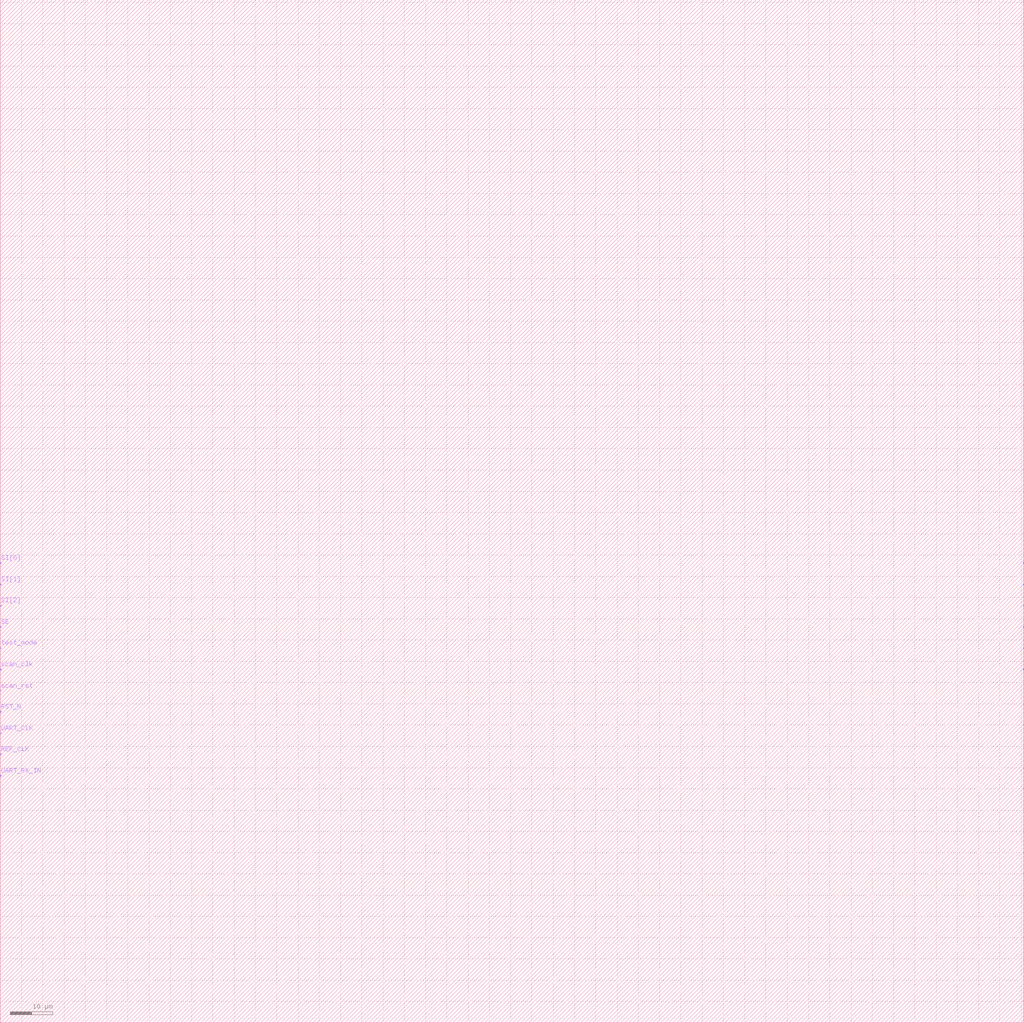
<source format=lef>

#******
# Preview export LEF
#
#	 Preview sub-version 5.10.41.500.3.38
#
# TECH LIB NAME: tsmc18
# TECH FILE NAME: techfile.cds
#******

VERSION 5.4 ;

NAMESCASESENSITIVE ON ;

DIVIDERCHAR "|" ;
BUSBITCHARS "[]" ;

UNITS
    DATABASE MICRONS 100  ;
END UNITS

MACRO SYS_TOP
    CLASS CORE ;
    FOREIGN SYS_TOP 0 0 ;
    ORIGIN 0.00 0.00 ;
    SIZE 240.6 BY 240.6 ;
    SYMMETRY X Y ;
    SITE CoreSite ;
    PIN SI[0]
        DIRECTION INPUT ;
        PORT
        LAYER METAL2 ;
        RECT  0.00 108 0.2 108.2 ;
        END
    END SI[0]
    PIN SI[1]
        DIRECTION INPUT ;
        PORT
        LAYER METAL2 ;
        RECT  0.00 103 0.2 103.2 ;
        END
    END SI[1]
    PIN SI[2]
        DIRECTION INPUT ;
        PORT
        LAYER METAL2 ;
        RECT  0.00 98 0.2 98.2 ;
        END
    END SI[2]
    PIN SE
        DIRECTION INPUT ;
        PORT
        LAYER METAL2 ;
        RECT  0.00 93 0.2 93.2 ;
        END
    END SE
    PIN test_mode
        DIRECTION INPUT ;
        PORT
        LAYER METAL2 ;
        RECT  0.00 88 0.2 88.2 ;
        END
    END test_mode
    PIN scan_clk
        DIRECTION INPUT ;
        PORT
        LAYER METAL2 ;
        RECT  0.00 83 0.2 83.2 ;
        END
    END scan_clk
    PIN scan_rst
        DIRECTION INPUT ;
        PORT
        LAYER METAL2 ;
        RECT  0.00 78 0.2 78.2 ;
        END
    END scan_rst
    PIN RST_N
        DIRECTION INPUT ;
        PORT
        LAYER METAL2 ;
        RECT  0.00 73 0.2 73.2 ;
        END
    END RST_N
    PIN UART_CLK
        DIRECTION INPUT ;
        PORT
        LAYER METAL2 ;
        RECT  0.00 68 0.2 68.2 ;
        END
    END UART_CLK
    PIN REF_CLK
        DIRECTION INPUT ;
        PORT
        LAYER METAL2 ;
        RECT  0.00 63 0.2 63.2 ;
        END
    END REF_CLK
    PIN UART_RX_IN
        DIRECTION INPUT ;
        PORT
        LAYER METAL2 ;
        RECT  0.00 58 0.2 58.2 ;
        END
    END UART_RX_IN
    PIN SO[0]
        DIRECTION OUTPUT ;
        PORT
        LAYER METAL3 ;
        RECT  240.47 108 240.67 108.2 ; 
        END
    END SO[0]
    PIN SO[1]
        DIRECTION OUTPUT ;
        PORT
        LAYER METAL3 ;
        RECT  240.47 103 240.67 103.2 ; 
        END
    END SO[1]
    PIN SO[2]
        DIRECTION OUTPUT ;
        PORT
        LAYER METAL3 ;
        RECT  240.47 98 240.67 98.2 ; 
        END
    END SO[2]
    PIN UART_TX_O
        DIRECTION OUTPUT ;
        PORT
        LAYER METAL3 ;
        RECT  240.47 93 240.67 93.2 ; 
        END
    END UART_TX_O
    PIN parity_error
        DIRECTION OUTPUT ;
        PORT
        LAYER METAL3 ;
        RECT  240.47 88 240.67 88.2 ; 
        END
    END parity_error
    PIN framing_error
        DIRECTION OUTPUT ;
        PORT
        LAYER METAL3 ;
        RECT  240.47 83 240.67 83.2 ; 
        END
    END framing_error
END SYS_TOP

END LIBRARY


</source>
